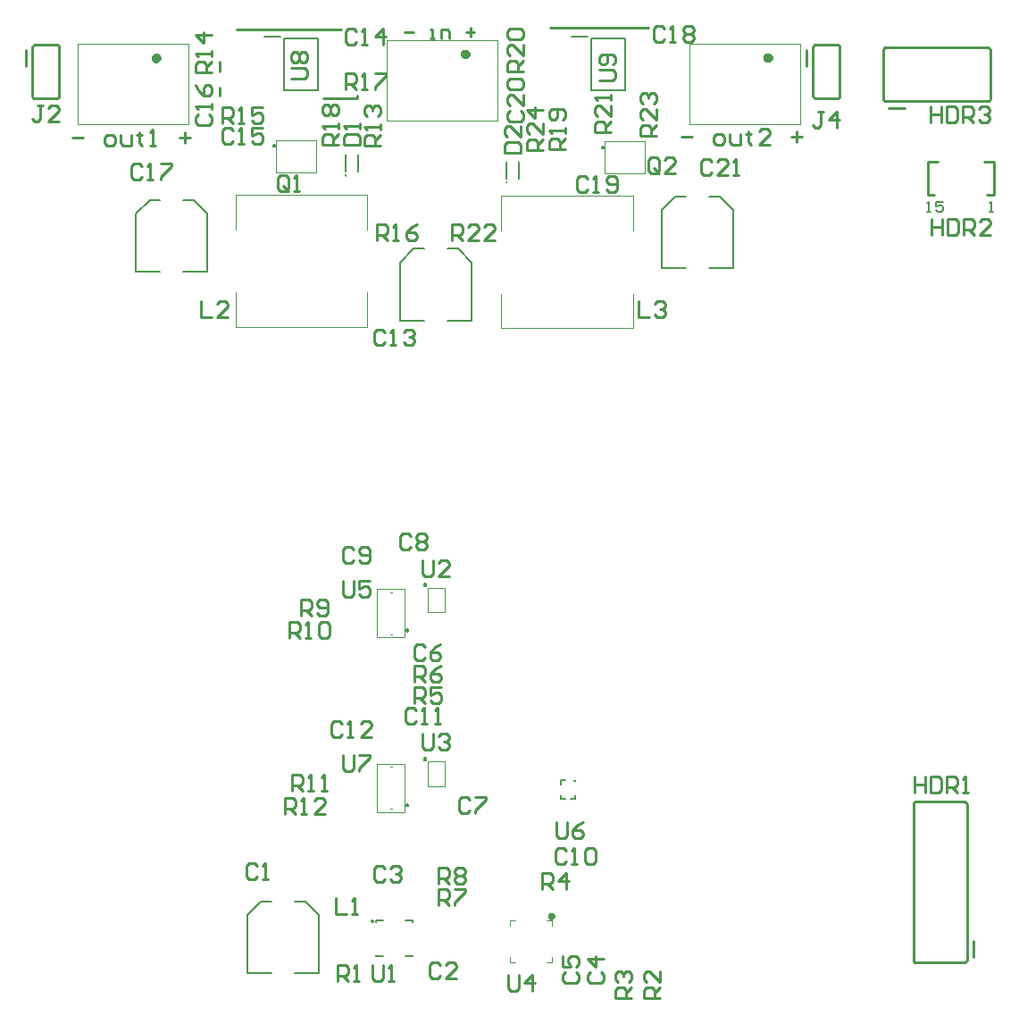
<source format=gbr>
%FSLAX23Y23*%
%MOIN*%
%SFA1B1*%

%IPPOS*%
%ADD55C,0.007870*%
%ADD56C,0.003940*%
%ADD57C,0.012800*%
%ADD58C,0.009840*%
%ADD59C,0.019680*%
%ADD60C,0.010000*%
%LNbase_pcb1_legend_top-1*%
%LPD*%
G54D55*
X1663Y1001D02*
D01*
X1664Y1001*
X1664Y1002*
X1664Y1002*
X1665Y1002*
X1665Y1002*
X1665Y1002*
X1665Y1002*
X1666Y1002*
X1666Y1002*
X1666Y1002*
X1666Y1003*
X1666Y1003*
X1667Y1003*
X1667Y1003*
X1667Y1003*
X1667Y1004*
X1667Y1004*
X1667Y1004*
X1667Y1004*
X1667Y1005*
X1667Y1005*
X1667Y1005*
Y1006*
X1667Y1006*
X1667Y1006*
X1667Y1006*
X1667Y1007*
X1667Y1007*
X1667Y1007*
X1667Y1007*
X1667Y1008*
X1667Y1008*
X1666Y1008*
X1666Y1008*
X1666Y1008*
X1666Y1009*
X1666Y1009*
X1665Y1009*
X1665Y1009*
X1665Y1009*
X1665Y1009*
X1664Y1009*
X1664Y1009*
X1664Y1009*
X1663Y1009*
D01*
X1663Y1009*
X1663Y1009*
X1663Y1009*
X1662Y1009*
X1662Y1009*
X1662Y1009*
X1662Y1009*
X1661Y1009*
X1661Y1009*
X1661Y1008*
X1661Y1008*
X1661Y1008*
X1660Y1008*
X1660Y1008*
X1660Y1007*
X1660Y1007*
X1660Y1007*
X1660Y1007*
X1660Y1006*
X1660Y1006*
X1660Y1006*
X1660Y1006*
Y1005*
X1660Y1005*
X1660Y1005*
X1660Y1004*
X1660Y1004*
X1660Y1004*
X1660Y1004*
X1660Y1003*
X1660Y1003*
X1660Y1003*
X1661Y1003*
X1661Y1003*
X1661Y1002*
X1661Y1002*
X1661Y1002*
X1662Y1002*
X1662Y1002*
X1662Y1002*
X1662Y1002*
X1663Y1002*
X1663Y1002*
X1663Y1001*
X1663Y1001*
Y1653D02*
D01*
X1664Y1653*
X1664Y1653*
X1664Y1653*
X1665Y1654*
X1665Y1654*
X1665Y1654*
X1665Y1654*
X1666Y1654*
X1666Y1654*
X1666Y1654*
X1666Y1654*
X1666Y1655*
X1667Y1655*
X1667Y1655*
X1667Y1655*
X1667Y1656*
X1667Y1656*
X1667Y1656*
X1667Y1656*
X1667Y1657*
X1667Y1657*
X1667Y1657*
Y1657*
X1667Y1658*
X1667Y1658*
X1667Y1658*
X1667Y1659*
X1667Y1659*
X1667Y1659*
X1667Y1659*
X1667Y1659*
X1667Y1660*
X1666Y1660*
X1666Y1660*
X1666Y1660*
X1666Y1660*
X1666Y1661*
X1665Y1661*
X1665Y1661*
X1665Y1661*
X1665Y1661*
X1664Y1661*
X1664Y1661*
X1664Y1661*
X1663*
D01*
X1663Y1661*
X1663Y1661*
X1663Y1661*
X1662Y1661*
X1662Y1661*
X1662Y1661*
X1662Y1661*
X1661Y1661*
X1661Y1660*
X1661Y1660*
X1661Y1660*
X1661Y1660*
X1660Y1660*
X1660Y1659*
X1660Y1659*
X1660Y1659*
X1660Y1659*
X1660Y1658*
X1660Y1658*
X1660Y1658*
X1660Y1658*
X1660Y1657*
Y1657*
X1660Y1657*
X1660Y1657*
X1660Y1656*
X1660Y1656*
X1660Y1656*
X1660Y1656*
X1660Y1655*
X1660Y1655*
X1660Y1655*
X1661Y1655*
X1661Y1654*
X1661Y1654*
X1661Y1654*
X1661Y1654*
X1662Y1654*
X1662Y1654*
X1662Y1654*
X1662Y1653*
X1663Y1653*
X1663Y1653*
X1663Y1653*
X1663Y1653*
X1730Y1181D02*
D01*
X1730Y1181*
X1729Y1181*
X1729Y1181*
X1729Y1180*
X1728Y1180*
X1728Y1180*
X1728Y1180*
X1728Y1180*
X1727Y1180*
X1727Y1180*
X1727Y1179*
X1727Y1179*
X1727Y1179*
X1727Y1179*
X1726Y1179*
X1726Y1178*
X1726Y1178*
X1726Y1178*
X1726Y1178*
X1726Y1177*
X1726Y1177*
X1726Y1177*
Y1177*
X1726Y1176*
X1726Y1176*
X1726Y1176*
X1726Y1175*
X1726Y1175*
X1726Y1175*
X1726Y1175*
X1727Y1174*
X1727Y1174*
X1727Y1174*
X1727Y1174*
X1727Y1174*
X1727Y1173*
X1728Y1173*
X1728Y1173*
X1728Y1173*
X1728Y1173*
X1729Y1173*
X1729Y1173*
X1729Y1173*
X1730Y1173*
X1730Y1173*
D01*
X1730Y1173*
X1730Y1173*
X1731Y1173*
X1731Y1173*
X1731Y1173*
X1731Y1173*
X1732Y1173*
X1732Y1173*
X1732Y1173*
X1732Y1174*
X1733Y1174*
X1733Y1174*
X1733Y1174*
X1733Y1174*
X1733Y1175*
X1733Y1175*
X1733Y1175*
X1734Y1175*
X1734Y1176*
X1734Y1176*
X1734Y1176*
X1734Y1177*
Y1177*
X1734Y1177*
X1734Y1177*
X1734Y1178*
X1734Y1178*
X1733Y1178*
X1733Y1178*
X1733Y1179*
X1733Y1179*
X1733Y1179*
X1733Y1179*
X1733Y1180*
X1732Y1180*
X1732Y1180*
X1732Y1180*
X1732Y1180*
X1731Y1180*
X1731Y1180*
X1731Y1180*
X1731Y1181*
X1730Y1181*
X1730Y1181*
X1730*
Y1830D02*
D01*
X1730Y1830*
X1729Y1830*
X1729Y1830*
X1729Y1830*
X1728Y1830*
X1728Y1830*
X1728Y1830*
X1728Y1830*
X1727Y1829*
X1727Y1829*
X1727Y1829*
X1727Y1829*
X1727Y1829*
X1727Y1828*
X1726Y1828*
X1726Y1828*
X1726Y1828*
X1726Y1827*
X1726Y1827*
X1726Y1827*
X1726Y1827*
X1726Y1826*
Y1826*
X1726Y1826*
X1726Y1826*
X1726Y1825*
X1726Y1825*
X1726Y1825*
X1726Y1825*
X1726Y1824*
X1727Y1824*
X1727Y1824*
X1727Y1824*
X1727Y1823*
X1727Y1823*
X1727Y1823*
X1728Y1823*
X1728Y1823*
X1728Y1823*
X1728Y1823*
X1729Y1822*
X1729Y1822*
X1729Y1822*
X1730Y1822*
X1730Y1822*
D01*
X1730Y1822*
X1730Y1822*
X1731Y1822*
X1731Y1822*
X1731Y1823*
X1731Y1823*
X1732Y1823*
X1732Y1823*
X1732Y1823*
X1732Y1823*
X1733Y1823*
X1733Y1824*
X1733Y1824*
X1733Y1824*
X1733Y1824*
X1733Y1825*
X1733Y1825*
X1734Y1825*
X1734Y1825*
X1734Y1826*
X1734Y1826*
X1734Y1826*
Y1826*
X1734Y1827*
X1734Y1827*
X1734Y1827*
X1734Y1827*
X1733Y1828*
X1733Y1828*
X1733Y1828*
X1733Y1828*
X1733Y1829*
X1733Y1829*
X1733Y1829*
X1732Y1829*
X1732Y1829*
X1732Y1830*
X1732Y1830*
X1731Y1830*
X1731Y1830*
X1731Y1830*
X1731Y1830*
X1730Y1830*
X1730Y1830*
X1730Y1830*
X2397Y3458D02*
D01*
X2397Y3458*
X2397Y3459*
X2397Y3459*
X2397Y3459*
X2397Y3460*
X2397Y3460*
X2397Y3460*
X2397Y3460*
X2397Y3460*
X2396Y3461*
X2396Y3461*
X2396Y3461*
X2396Y3461*
X2396Y3461*
X2395Y3462*
X2395Y3462*
X2395Y3462*
X2395Y3462*
X2394Y3462*
X2394Y3462*
X2394Y3462*
X2394Y3462*
X2393*
X2393Y3462*
X2393Y3462*
X2392Y3462*
X2392Y3462*
X2392Y3462*
X2392Y3462*
X2391Y3462*
X2391Y3461*
X2391Y3461*
X2391Y3461*
X2391Y3461*
X2390Y3461*
X2390Y3460*
X2390Y3460*
X2390Y3460*
X2390Y3460*
X2390Y3460*
X2390Y3459*
X2390Y3459*
X2390Y3459*
X2390Y3458*
X2390Y3458*
X2390Y3458*
X2390Y3458*
X2390Y3457*
X2390Y3457*
X2390Y3457*
X2390Y3457*
X2390Y3456*
X2390Y3456*
X2390Y3456*
X2390Y3456*
X2391Y3455*
X2391Y3455*
X2391Y3455*
X2391Y3455*
X2391Y3455*
X2392Y3455*
X2392Y3455*
X2392Y3454*
X2392Y3454*
X2393Y3454*
X2393Y3454*
X2393Y3454*
X2394*
X2394Y3454*
X2394Y3454*
X2394Y3454*
X2395Y3454*
X2395Y3455*
X2395Y3455*
X2395Y3455*
X2396Y3455*
X2396Y3455*
X2396Y3455*
X2396Y3455*
X2396Y3456*
X2397Y3456*
X2397Y3456*
X2397Y3456*
X2397Y3457*
X2397Y3457*
X2397Y3457*
X2397Y3457*
X2397Y3458*
X2397Y3458*
X2397Y3458*
X1171Y3465D02*
D01*
X1171Y3465*
X1171Y3465*
X1171Y3466*
X1171Y3466*
X1171Y3466*
X1170Y3466*
X1170Y3467*
X1170Y3467*
X1170Y3467*
X1170Y3467*
X1170Y3468*
X1169Y3468*
X1169Y3468*
X1169Y3468*
X1169Y3468*
X1169Y3468*
X1168Y3469*
X1168Y3469*
X1168Y3469*
X1168Y3469*
X1167Y3469*
X1167Y3469*
X1167*
X1166Y3469*
X1166Y3469*
X1166Y3469*
X1166Y3469*
X1165Y3469*
X1165Y3468*
X1165Y3468*
X1165Y3468*
X1164Y3468*
X1164Y3468*
X1164Y3468*
X1164Y3467*
X1164Y3467*
X1163Y3467*
X1163Y3467*
X1163Y3466*
X1163Y3466*
X1163Y3466*
X1163Y3466*
X1163Y3465*
X1163Y3465*
X1163Y3465*
X1163Y3465*
X1163Y3464*
X1163Y3464*
X1163Y3464*
X1163Y3464*
X1163Y3463*
X1163Y3463*
X1163Y3463*
X1164Y3463*
X1164Y3462*
X1164Y3462*
X1164Y3462*
X1164Y3462*
X1165Y3462*
X1165Y3461*
X1165Y3461*
X1165Y3461*
X1166Y3461*
X1166Y3461*
X1166Y3461*
X1166Y3461*
X1167Y3461*
X1167*
X1167Y3461*
X1168Y3461*
X1168Y3461*
X1168Y3461*
X1168Y3461*
X1169Y3461*
X1169Y3461*
X1169Y3462*
X1169Y3462*
X1169Y3462*
X1170Y3462*
X1170Y3462*
X1170Y3463*
X1170Y3463*
X1170Y3463*
X1170Y3463*
X1171Y3464*
X1171Y3464*
X1171Y3464*
X1171Y3464*
X1171Y3465*
X1171Y3465*
X2277Y3870D02*
X2337D01*
X2350Y3671D02*
Y3864D01*
Y3671D02*
X2476D01*
Y3864*
X2350D02*
X2476D01*
X1131Y3870D02*
X1191D01*
X1205Y3671D02*
Y3864D01*
Y3671D02*
X1331D01*
Y3864*
X1205D02*
X1331D01*
X2289Y1027D02*
Y1043D01*
X2273Y1027D02*
X2289D01*
X2237Y1027D02*
X2252D01*
X2237D02*
Y1043D01*
X2237Y1082D02*
Y1098D01*
X2252*
X1657Y440D02*
X1682D01*
X1548D02*
X1574D01*
X1657Y574D02*
X1682D01*
X1548D02*
X1574D01*
X1682Y440D02*
Y446D01*
Y568D02*
Y574D01*
X1548Y440D02*
Y446D01*
Y568D02*
Y574D01*
X2081Y3341D02*
Y3404D01*
X2033Y3341D02*
Y3404D01*
X1480Y3367D02*
Y3430D01*
X1433Y3367D02*
Y3430D01*
X2790Y3276D02*
X2829D01*
X2880Y3225*
X2613D02*
X2664Y3276D01*
X2703*
X2880Y3008D02*
Y3225D01*
X2790Y3008D02*
X2880D01*
X2613D02*
X2703D01*
X2613D02*
Y3225D01*
X828Y3263D02*
X867D01*
X918Y3212*
X651D02*
X702Y3263D01*
X741*
X918Y2996D02*
Y3212D01*
X828Y2996D02*
X918D01*
X651D02*
X741D01*
X651D02*
Y3212D01*
X1814Y3080D02*
X1854D01*
X1905Y3029*
X1637D02*
X1688Y3080D01*
X1728*
X1905Y2812D02*
Y3029D01*
X1814Y2812D02*
X1905D01*
X1637D02*
X1728D01*
X1637D02*
Y3029D01*
X1244Y645D02*
X1283D01*
X1334Y594*
X1066D02*
X1118Y645D01*
X1157*
X1334Y377D02*
Y594D01*
X1244Y377D02*
X1334D01*
X1066D02*
X1157D01*
X1066D02*
Y594D01*
X3836Y3217D02*
X3849D01*
X3843*
Y3256*
X3836Y3250*
X3604Y3217D02*
X3617D01*
X3610*
Y3256*
X3604Y3250*
X3663Y3256D02*
X3637D01*
Y3237*
X3650Y3243*
X3656*
X3663Y3237*
Y3224*
X3656Y3217*
X3643*
X3637Y3224*
G54D56*
X2289Y1096D02*
D01*
X2289Y1096*
X2289Y1096*
X2289Y1097*
X2289Y1097*
X2289Y1097*
X2289Y1097*
X2289Y1097*
X2289Y1097*
X2289Y1097*
X2289Y1097*
X2288Y1097*
X2288Y1098*
X2288Y1098*
X2288Y1098*
X2288Y1098*
X2288Y1098*
X2288Y1098*
X2288Y1098*
X2287Y1098*
X2287Y1098*
X2287Y1098*
X2287Y1098*
X2287*
X2287Y1098*
X2287Y1098*
X2287Y1098*
X2286Y1098*
X2286Y1098*
X2286Y1098*
X2286Y1098*
X2286Y1098*
X2286Y1098*
X2286Y1098*
X2286Y1097*
X2285Y1097*
X2285Y1097*
X2285Y1097*
X2285Y1097*
X2285Y1097*
X2285Y1097*
X2285Y1097*
X2285Y1097*
X2285Y1096*
X2285Y1096*
X2285Y1096*
X2285Y1096*
X2285Y1096*
X2285Y1096*
X2285Y1096*
X2285Y1095*
X2285Y1095*
X2285Y1095*
X2285Y1095*
X2285Y1095*
X2285Y1095*
X2286Y1095*
X2286Y1095*
X2286Y1095*
X2286Y1094*
X2286Y1094*
X2286Y1094*
X2286Y1094*
X2286Y1094*
X2287Y1094*
X2287Y1094*
X2287Y1094*
X2287Y1094*
X2287*
X2287Y1094*
X2287Y1094*
X2287Y1094*
X2288Y1094*
X2288Y1094*
X2288Y1094*
X2288Y1094*
X2288Y1094*
X2288Y1095*
X2288Y1095*
X2288Y1095*
X2289Y1095*
X2289Y1095*
X2289Y1095*
X2289Y1095*
X2289Y1095*
X2289Y1095*
X2289Y1096*
X2289Y1096*
X2289Y1096*
X2289Y1096*
X2289Y1096*
X2391Y3458D02*
D01*
X2391Y3458*
X2392Y3458*
X2392Y3458*
X2392Y3458*
X2392Y3457*
X2392Y3457*
X2392Y3457*
X2392Y3457*
X2392Y3457*
X2392Y3457*
X2392Y3457*
X2392Y3457*
X2392Y3457*
X2392Y3457*
X2392Y3456*
X2393Y3456*
X2393Y3456*
X2393Y3456*
X2393Y3456*
X2393Y3456*
X2393Y3456*
X2393Y3456*
X2394*
X2394Y3456*
X2394Y3456*
X2394Y3456*
X2394Y3456*
X2394Y3456*
X2394Y3456*
X2394Y3456*
X2395Y3457*
X2395Y3457*
X2395Y3457*
X2395Y3457*
X2395Y3457*
X2395Y3457*
X2395Y3457*
X2395Y3457*
X2395Y3457*
X2395Y3457*
X2395Y3458*
X2395Y3458*
X2395Y3458*
X2395Y3458*
X2395Y3458*
X1165Y3465D02*
D01*
X1165Y3465*
X1165Y3465*
X1165Y3464*
X1165Y3464*
X1165Y3464*
X1165Y3464*
X1165Y3464*
X1165Y3464*
X1165Y3464*
X1165Y3464*
X1165Y3464*
X1166Y3463*
X1166Y3463*
X1166Y3463*
X1166Y3463*
X1166Y3463*
X1166Y3463*
X1166Y3463*
X1166Y3463*
X1166Y3463*
X1167Y3463*
X1167Y3463*
X1167*
X1167Y3463*
X1167Y3463*
X1167Y3463*
X1167Y3463*
X1168Y3463*
X1168Y3463*
X1168Y3463*
X1168Y3463*
X1168Y3463*
X1168Y3463*
X1168Y3464*
X1168Y3464*
X1168Y3464*
X1168Y3464*
X1169Y3464*
X1169Y3464*
X1169Y3464*
X1169Y3464*
X1169Y3464*
X1169Y3465*
X1169Y3465*
X1169Y3465*
X2035Y3329D02*
D01*
X2035Y3329*
X2035Y3329*
X2035Y3330*
X2035Y3330*
X2035Y3330*
X2035Y3330*
X2035Y3330*
X2035Y3330*
X2035Y3330*
X2035Y3330*
X2035Y3331*
X2035Y3331*
X2035Y3331*
X2035Y3331*
X2034Y3331*
X2034Y3331*
X2034Y3331*
X2034Y3331*
X2034Y3331*
X2034Y3331*
X2034Y3331*
X2033Y3331*
X2033*
X2033Y3331*
X2033Y3331*
X2033Y3331*
X2033Y3331*
X2033Y3331*
X2033Y3331*
X2032Y3331*
X2032Y3331*
X2032Y3331*
X2032Y3331*
X2032Y3331*
X2032Y3330*
X2032Y3330*
X2032Y3330*
X2032Y3330*
X2032Y3330*
X2032Y3330*
X2032Y3330*
X2032Y3330*
X2031Y3329*
X2031Y3329*
X2031Y3329*
X2031Y3329*
X2031Y3329*
X2032Y3329*
X2032Y3329*
X2032Y3329*
X2032Y3328*
X2032Y3328*
X2032Y3328*
X2032Y3328*
X2032Y3328*
X2032Y3328*
X2032Y3328*
X2032Y3328*
X2032Y3328*
X2032Y3328*
X2033Y3327*
X2033Y3327*
X2033Y3327*
X2033Y3327*
X2033Y3327*
X2033Y3327*
X2033Y3327*
X2033*
X2034Y3327*
X2034Y3327*
X2034Y3327*
X2034Y3327*
X2034Y3327*
X2034Y3327*
X2034Y3328*
X2035Y3328*
X2035Y3328*
X2035Y3328*
X2035Y3328*
X2035Y3328*
X2035Y3328*
X2035Y3328*
X2035Y3328*
X2035Y3328*
X2035Y3329*
X2035Y3329*
X2035Y3329*
X2035Y3329*
X2035Y3329*
X2035Y3329*
X1435Y3355D02*
D01*
X1435Y3356*
X1435Y3356*
X1434Y3356*
X1434Y3356*
X1434Y3356*
X1434Y3356*
X1434Y3356*
X1434Y3357*
X1434Y3357*
X1434Y3357*
X1434Y3357*
X1434Y3357*
X1434Y3357*
X1434Y3357*
X1434Y3357*
X1433Y3357*
X1433Y3357*
X1433Y3357*
X1433Y3357*
X1433Y3357*
X1433Y3357*
X1433Y3357*
X1433*
X1432Y3357*
X1432Y3357*
X1432Y3357*
X1432Y3357*
X1432Y3357*
X1432Y3357*
X1432Y3357*
X1431Y3357*
X1431Y3357*
X1431Y3357*
X1431Y3357*
X1431Y3357*
X1431Y3357*
X1431Y3357*
X1431Y3356*
X1431Y3356*
X1431Y3356*
X1431Y3356*
X1431Y3356*
X1431Y3356*
X1431Y3356*
X1431Y3355*
X1431Y3355*
X1431Y3355*
X1431Y3355*
X1431Y3355*
X1431Y3355*
X1431Y3355*
X1431Y3355*
X1431Y3354*
X1431Y3354*
X1431Y3354*
X1431Y3354*
X1431Y3354*
X1431Y3354*
X1431Y3354*
X1432Y3354*
X1432Y3354*
X1432Y3354*
X1432Y3354*
X1432Y3354*
X1432Y3354*
X1432Y3354*
X1433Y3353*
X1433*
X1433Y3354*
X1433Y3354*
X1433Y3354*
X1433Y3354*
X1433Y3354*
X1433Y3354*
X1434Y3354*
X1434Y3354*
X1434Y3354*
X1434Y3354*
X1434Y3354*
X1434Y3354*
X1434Y3354*
X1434Y3354*
X1434Y3355*
X1434Y3355*
X1434Y3355*
X1434Y3355*
X1434Y3355*
X1435Y3355*
X1435Y3355*
X1435Y3355*
X1599Y990D02*
X1606D01*
X1599Y1147D02*
X1606D01*
X1551Y978D02*
Y1159D01*
X1654Y978D02*
Y1159D01*
X1551D02*
X1654D01*
X1551Y978D02*
X1654D01*
X1599Y1642D02*
X1606D01*
X1599Y1799D02*
X1606D01*
X1551Y1630D02*
Y1811D01*
X1654Y1630D02*
Y1811D01*
X1551D02*
X1654D01*
X1551Y1630D02*
X1654D01*
X2204Y417D02*
Y437D01*
X2185Y417D02*
X2204D01*
X2185Y574D02*
X2204D01*
Y555D02*
Y574D01*
X2047Y555D02*
Y574D01*
X2066*
X2047Y417D02*
X2066D01*
X2047D02*
Y437D01*
X1741Y1076D02*
Y1167D01*
X1802Y1076D02*
Y1167D01*
X1741D02*
X1802D01*
X1741Y1076D02*
X1802D01*
X1741Y1726D02*
Y1816D01*
X1802Y1726D02*
Y1816D01*
X1741D02*
X1802D01*
X1741Y1726D02*
X1802D01*
X2399Y3480D02*
X2549D01*
X2399Y3360D02*
X2549D01*
Y3480*
X2399Y3360D02*
Y3480D01*
X1173Y3486D02*
X1323D01*
X1173Y3366D02*
X1323D01*
Y3486*
X1173Y3366D02*
Y3486D01*
X2015Y3149D02*
Y3277D01*
X2507*
Y3149D02*
Y3277D01*
X2015Y2785D02*
Y2913D01*
Y2785D02*
X2507D01*
Y2913*
X1514Y2789D02*
Y2917D01*
X1022Y2789D02*
X1514D01*
X1022D02*
Y2917D01*
X1514Y3153D02*
Y3281D01*
X1022D02*
X1514D01*
X1022Y3153D02*
Y3281D01*
X2716Y3545D02*
X3130D01*
X2716D02*
Y3844D01*
X3130*
Y3545D02*
Y3844D01*
X433Y3544D02*
X846D01*
X433D02*
Y3844D01*
X846*
Y3544D02*
Y3844D01*
X1586Y3559D02*
X1999D01*
X1586D02*
Y3858D01*
X1999*
Y3559D02*
Y3858D01*
G54D57*
X2209Y589D02*
D01*
X2209Y589*
X2209Y590*
X2209Y590*
X2208Y591*
X2208Y591*
X2208Y592*
X2208Y592*
X2208Y592*
X2207Y593*
X2207Y593*
X2207Y593*
X2207Y594*
X2206Y594*
X2206Y594*
X2205Y595*
X2205Y595*
X2205Y595*
X2204Y595*
X2204Y595*
X2203Y595*
X2203Y595*
X2202Y595*
X2202*
X2202Y595*
X2201Y595*
X2201Y595*
X2200Y595*
X2200Y595*
X2199Y595*
X2199Y595*
X2199Y594*
X2198Y594*
X2198Y594*
X2198Y593*
X2197Y593*
X2197Y593*
X2197Y592*
X2197Y592*
X2196Y592*
X2196Y591*
X2196Y591*
X2196Y590*
X2196Y590*
X2196Y589*
X2196Y589*
X2196Y589*
X2196Y588*
X2196Y588*
X2196Y587*
X2196Y587*
X2196Y586*
X2197Y586*
X2197Y586*
X2197Y585*
X2197Y585*
X2198Y585*
X2198Y584*
X2198Y584*
X2199Y584*
X2199Y584*
X2199Y583*
X2200Y583*
X2200Y583*
X2201Y583*
X2201Y583*
X2202Y583*
X2202Y583*
X2202*
X2203Y583*
X2203Y583*
X2204Y583*
X2204Y583*
X2205Y583*
X2205Y583*
X2205Y584*
X2206Y584*
X2206Y584*
X2207Y584*
X2207Y585*
X2207Y585*
X2207Y585*
X2208Y586*
X2208Y586*
X2208Y586*
X2208Y587*
X2208Y587*
X2209Y588*
X2209Y588*
X2209Y589*
X2209Y589*
G54D58*
X1535Y574D02*
D01*
X1535Y574*
X1535Y574*
X1535Y574*
X1535Y575*
X1535Y575*
X1534Y575*
X1534Y575*
X1534Y575*
X1534Y575*
X1534Y575*
X1534Y575*
X1534Y575*
X1534Y576*
X1534Y576*
X1534Y576*
X1534Y576*
X1533Y576*
X1533Y576*
X1533Y576*
X1533Y576*
X1533Y576*
X1533Y576*
X1533*
X1532Y576*
X1532Y576*
X1532Y576*
X1532Y576*
X1532Y576*
X1532Y576*
X1532Y576*
X1532Y576*
X1531Y576*
X1531Y575*
X1531Y575*
X1531Y575*
X1531Y575*
X1531Y575*
X1531Y575*
X1531Y575*
X1531Y575*
X1531Y575*
X1531Y574*
X1531Y574*
X1531Y574*
X1531Y574*
X1531Y574*
X1531Y574*
X1531Y574*
X1531Y573*
X1531Y573*
X1531Y573*
X1531Y573*
X1531Y573*
X1531Y573*
X1531Y573*
X1531Y573*
X1531Y573*
X1531Y572*
X1532Y572*
X1532Y572*
X1532Y572*
X1532Y572*
X1532Y572*
X1532Y572*
X1532Y572*
X1532Y572*
X1533Y572*
X1533*
X1533Y572*
X1533Y572*
X1533Y572*
X1533Y572*
X1533Y572*
X1534Y572*
X1534Y572*
X1534Y572*
X1534Y572*
X1534Y573*
X1534Y573*
X1534Y573*
X1534Y573*
X1534Y573*
X1534Y573*
X1534Y573*
X1535Y573*
X1535Y573*
X1535Y574*
X1535Y574*
X1535Y574*
X1535Y574*
G54D59*
X3019Y3792D02*
D01*
X3019Y3792*
X3019Y3793*
X3019Y3793*
X3019Y3794*
X3019Y3794*
X3019Y3795*
X3018Y3795*
X3018Y3796*
X3018Y3796*
X3017Y3797*
X3017Y3797*
X3017Y3797*
X3016Y3798*
X3016Y3798*
X3015Y3798*
X3015Y3799*
X3014Y3799*
X3014Y3799*
X3013Y3799*
X3013Y3799*
X3012Y3799*
X3012Y3799*
X3011*
X3010Y3799*
X3010Y3799*
X3009Y3799*
X3009Y3799*
X3008Y3799*
X3008Y3799*
X3007Y3798*
X3007Y3798*
X3006Y3798*
X3006Y3797*
X3006Y3797*
X3005Y3797*
X3005Y3796*
X3005Y3796*
X3004Y3795*
X3004Y3795*
X3004Y3794*
X3004Y3794*
X3004Y3793*
X3004Y3793*
X3003Y3792*
X3003Y3792*
X3003Y3791*
X3004Y3790*
X3004Y3790*
X3004Y3789*
X3004Y3789*
X3004Y3788*
X3004Y3788*
X3005Y3787*
X3005Y3787*
X3005Y3786*
X3006Y3786*
X3006Y3786*
X3006Y3785*
X3007Y3785*
X3007Y3785*
X3008Y3784*
X3008Y3784*
X3009Y3784*
X3009Y3784*
X3010Y3784*
X3010Y3784*
X3011Y3784*
X3012*
X3012Y3784*
X3013Y3784*
X3013Y3784*
X3014Y3784*
X3014Y3784*
X3015Y3784*
X3015Y3785*
X3016Y3785*
X3016Y3785*
X3017Y3786*
X3017Y3786*
X3017Y3786*
X3018Y3787*
X3018Y3787*
X3018Y3788*
X3019Y3788*
X3019Y3789*
X3019Y3789*
X3019Y3790*
X3019Y3790*
X3019Y3791*
X3019Y3792*
X736Y3791D02*
D01*
X736Y3791*
X736Y3792*
X736Y3792*
X735Y3793*
X735Y3793*
X735Y3794*
X735Y3794*
X735Y3795*
X734Y3795*
X734Y3796*
X734Y3796*
X733Y3797*
X733Y3797*
X732Y3797*
X732Y3798*
X731Y3798*
X731Y3798*
X730Y3798*
X730Y3798*
X729Y3799*
X729Y3799*
X728Y3799*
X728*
X727Y3799*
X726Y3799*
X726Y3798*
X725Y3798*
X725Y3798*
X724Y3798*
X724Y3798*
X723Y3797*
X723Y3797*
X723Y3797*
X722Y3796*
X722Y3796*
X721Y3795*
X721Y3795*
X721Y3794*
X721Y3794*
X720Y3793*
X720Y3793*
X720Y3792*
X720Y3792*
X720Y3791*
X720Y3791*
X720Y3790*
X720Y3790*
X720Y3789*
X720Y3789*
X720Y3788*
X721Y3788*
X721Y3787*
X721Y3787*
X721Y3786*
X722Y3786*
X722Y3785*
X723Y3785*
X723Y3785*
X723Y3784*
X724Y3784*
X724Y3784*
X725Y3783*
X725Y3783*
X726Y3783*
X726Y3783*
X727Y3783*
X728Y3783*
X728*
X729Y3783*
X729Y3783*
X730Y3783*
X730Y3783*
X731Y3783*
X731Y3784*
X732Y3784*
X732Y3784*
X733Y3785*
X733Y3785*
X734Y3785*
X734Y3786*
X734Y3786*
X735Y3787*
X735Y3787*
X735Y3788*
X735Y3788*
X735Y3789*
X736Y3789*
X736Y3790*
X736Y3790*
X736Y3791*
X1889Y3805D02*
D01*
X1889Y3806*
X1889Y3806*
X1889Y3807*
X1889Y3807*
X1888Y3808*
X1888Y3808*
X1888Y3809*
X1888Y3809*
X1887Y3810*
X1887Y3810*
X1887Y3810*
X1886Y3811*
X1886Y3811*
X1885Y3811*
X1885Y3812*
X1884Y3812*
X1884Y3812*
X1883Y3812*
X1883Y3813*
X1882Y3813*
X1882Y3813*
X1881Y3813*
X1881*
X1880Y3813*
X1880Y3813*
X1879Y3813*
X1879Y3812*
X1878Y3812*
X1878Y3812*
X1877Y3812*
X1877Y3811*
X1876Y3811*
X1876Y3811*
X1875Y3810*
X1875Y3810*
X1875Y3810*
X1874Y3809*
X1874Y3809*
X1874Y3808*
X1874Y3808*
X1873Y3807*
X1873Y3807*
X1873Y3806*
X1873Y3806*
X1873Y3805*
X1873Y3804*
X1873Y3804*
X1873Y3803*
X1873Y3803*
X1874Y3802*
X1874Y3802*
X1874Y3801*
X1874Y3801*
X1875Y3800*
X1875Y3800*
X1875Y3800*
X1876Y3799*
X1876Y3799*
X1877Y3798*
X1877Y3798*
X1878Y3798*
X1878Y3798*
X1879Y3797*
X1879Y3797*
X1880Y3797*
X1880Y3797*
X1881Y3797*
X1881*
X1882Y3797*
X1882Y3797*
X1883Y3797*
X1883Y3797*
X1884Y3798*
X1884Y3798*
X1885Y3798*
X1885Y3798*
X1886Y3799*
X1886Y3799*
X1887Y3800*
X1887Y3800*
X1887Y3800*
X1888Y3801*
X1888Y3801*
X1888Y3802*
X1888Y3802*
X1889Y3803*
X1889Y3803*
X1889Y3804*
X1889Y3804*
X1889Y3805*
G54D60*
X3178Y3652D02*
D01*
X3178Y3651*
X3178Y3650*
X3178Y3649*
X3178Y3649*
X3178Y3648*
X3179Y3647*
X3179Y3647*
X3179Y3646*
X3180Y3646*
X3180Y3645*
X3181Y3645*
X3181Y3644*
X3182Y3644*
X3182Y3643*
X3183Y3643*
X3183Y3643*
X3184Y3642*
X3185Y3642*
X3185Y3642*
X3186Y3642*
X3187Y3642*
X3188Y3642*
X3188Y3642*
Y3842D02*
D01*
X3187Y3841*
X3186Y3841*
X3186Y3841*
X3185Y3841*
X3184Y3841*
X3184Y3841*
X3183Y3840*
X3183Y3840*
X3182Y3840*
X3181Y3839*
X3181Y3839*
X3180Y3838*
X3180Y3838*
X3180Y3837*
X3179Y3837*
X3179Y3836*
X3179Y3835*
X3178Y3835*
X3178Y3834*
X3178Y3833*
X3178Y3833*
X3178Y3832*
X3178Y3832*
X3268Y3642D02*
D01*
X3269Y3642*
X3269Y3642*
X3270Y3642*
X3271Y3642*
X3271Y3642*
X3272Y3642*
X3273Y3643*
X3273Y3643*
X3274Y3643*
X3274Y3644*
X3275Y3644*
X3275Y3645*
X3276Y3645*
X3276Y3646*
X3277Y3647*
X3277Y3647*
X3277Y3648*
X3277Y3648*
X3278Y3649*
X3278Y3650*
X3278Y3650*
X3278Y3651*
X3278Y3652*
Y3832D02*
D01*
X3278Y3832*
X3278Y3833*
X3278Y3834*
X3277Y3834*
X3277Y3835*
X3277Y3836*
X3277Y3836*
X3276Y3837*
X3276Y3837*
X3276Y3838*
X3275Y3838*
X3275Y3839*
X3274Y3839*
X3273Y3840*
X3273Y3840*
X3272Y3841*
X3272Y3841*
X3271Y3841*
X3270Y3841*
X3270Y3841*
X3269Y3841*
X3268Y3842*
X3268Y3842*
X264Y3651D02*
D01*
X264Y3650*
X265Y3649*
X265Y3649*
X265Y3648*
X265Y3647*
X265Y3647*
X266Y3646*
X266Y3645*
X266Y3645*
X267Y3644*
X267Y3644*
X268Y3643*
X268Y3643*
X269Y3642*
X269Y3642*
X270Y3642*
X271Y3641*
X271Y3641*
X272Y3641*
X273Y3641*
X273Y3641*
X274Y3641*
X274Y3641*
Y3841D02*
D01*
X274Y3841*
X273Y3841*
X272Y3841*
X272Y3840*
X271Y3840*
X270Y3840*
X270Y3840*
X269Y3839*
X269Y3839*
X268Y3838*
X268Y3838*
X267Y3837*
X267Y3837*
X266Y3836*
X266Y3836*
X265Y3835*
X265Y3834*
X265Y3834*
X265Y3833*
X265Y3832*
X265Y3832*
X264Y3831*
X264Y3831*
X354Y3641D02*
D01*
X355Y3641*
X356Y3641*
X357Y3641*
X357Y3641*
X358Y3641*
X359Y3642*
X359Y3642*
X360Y3642*
X360Y3643*
X361Y3643*
X361Y3644*
X362Y3644*
X362Y3645*
X363Y3645*
X363Y3646*
X363Y3646*
X364Y3647*
X364Y3648*
X364Y3648*
X364Y3649*
X364Y3650*
X364Y3650*
X364Y3651*
Y3831D02*
D01*
X364Y3831*
X364Y3832*
X364Y3833*
X364Y3834*
X364Y3834*
X364Y3835*
X363Y3835*
X363Y3836*
X363Y3837*
X362Y3837*
X362Y3838*
X361Y3838*
X361Y3839*
X360Y3839*
X359Y3839*
X359Y3840*
X358Y3840*
X358Y3840*
X357Y3840*
X356Y3841*
X356Y3841*
X355Y3841*
X354Y3841*
X3829Y3630D02*
D01*
X3830Y3630*
X3831Y3630*
X3831Y3630*
X3832Y3631*
X3833Y3631*
X3833Y3631*
X3834Y3631*
X3835Y3632*
X3835Y3632*
X3836Y3632*
X3836Y3633*
X3837Y3633*
X3837Y3634*
X3838Y3635*
X3838Y3635*
X3838Y3636*
X3838Y3636*
X3839Y3637*
X3839Y3638*
X3839Y3638*
X3839Y3639*
X3839Y3640*
X3839Y3640*
X3439D02*
D01*
X3439Y3639*
X3439Y3639*
X3439Y3638*
X3440Y3637*
X3440Y3637*
X3440Y3636*
X3440Y3635*
X3441Y3635*
X3441Y3634*
X3442Y3634*
X3442Y3633*
X3443Y3633*
X3443Y3632*
X3444Y3632*
X3444Y3631*
X3445Y3631*
X3445Y3631*
X3446Y3631*
X3447Y3630*
X3447Y3630*
X3448Y3630*
X3449Y3630*
X3449Y3630*
X3839Y3820D02*
D01*
X3839Y3821*
X3839Y3822*
X3839Y3822*
X3839Y3823*
X3839Y3824*
X3838Y3824*
X3838Y3825*
X3838Y3825*
X3837Y3826*
X3837Y3827*
X3836Y3827*
X3836Y3828*
X3835Y3828*
X3835Y3828*
X3834Y3829*
X3834Y3829*
X3833Y3829*
X3832Y3830*
X3832Y3830*
X3831Y3830*
X3830Y3830*
X3830Y3830*
X3829Y3830*
X3449D02*
D01*
X3449Y3830*
X3448Y3830*
X3447Y3830*
X3446Y3830*
X3446Y3830*
X3445Y3829*
X3445Y3829*
X3444Y3829*
X3443Y3828*
X3443Y3828*
X3442Y3827*
X3442Y3827*
X3441Y3826*
X3441Y3826*
X3441Y3825*
X3440Y3825*
X3440Y3824*
X3440Y3823*
X3440Y3823*
X3439Y3822*
X3439Y3821*
X3439Y3820*
X3439Y3820*
X3752Y1007D02*
D01*
X3752Y1008*
X3752Y1009*
X3752Y1009*
X3751Y1010*
X3751Y1011*
X3751Y1011*
X3751Y1012*
X3750Y1013*
X3750Y1013*
X3750Y1014*
X3749Y1014*
X3749Y1015*
X3748Y1015*
X3747Y1016*
X3747Y1016*
X3746Y1016*
X3746Y1016*
X3745Y1017*
X3744Y1017*
X3744Y1017*
X3743Y1017*
X3742Y1017*
X3742Y1017*
Y417D02*
D01*
X3743Y417*
X3743Y417*
X3744Y417*
X3745Y418*
X3745Y418*
X3746Y418*
X3747Y418*
X3747Y419*
X3748Y419*
X3748Y420*
X3749Y420*
X3749Y421*
X3750Y421*
X3750Y422*
X3751Y422*
X3751Y423*
X3751Y423*
X3751Y424*
X3752Y425*
X3752Y425*
X3752Y426*
X3752Y427*
X3752Y427*
X3562Y1017D02*
D01*
X3561Y1017*
X3560Y1017*
X3560Y1017*
X3559Y1017*
X3558Y1017*
X3558Y1016*
X3557Y1016*
X3557Y1016*
X3556Y1015*
X3555Y1015*
X3555Y1014*
X3554Y1014*
X3554Y1013*
X3554Y1013*
X3553Y1012*
X3553Y1012*
X3553Y1011*
X3552Y1010*
X3552Y1010*
X3552Y1009*
X3552Y1008*
X3552Y1008*
X3552Y1007*
Y427D02*
D01*
X3552Y427*
X3552Y426*
X3552Y425*
X3552Y424*
X3552Y424*
X3553Y423*
X3553Y423*
X3553Y422*
X3554Y421*
X3554Y421*
X3555Y420*
X3555Y420*
X3556Y419*
X3556Y419*
X3557Y419*
X3557Y418*
X3558Y418*
X3559Y418*
X3559Y418*
X3560Y417*
X3561Y417*
X3562Y417*
X3562Y417*
X3816Y3404D02*
X3852D01*
Y3282D02*
Y3404D01*
X3828Y3282D02*
X3852D01*
X3608Y3404D02*
X3643D01*
X3608Y3282D02*
Y3404D01*
Y3282D02*
X3631D01*
X3153Y3762D02*
Y3822D01*
X3178Y3652D02*
Y3832D01*
X3278Y3652D02*
Y3832D01*
X3188Y3842D02*
X3268D01*
X3188Y3642D02*
X3268D01*
X239Y3761D02*
Y3821D01*
X264Y3651D02*
Y3831D01*
X364Y3651D02*
Y3831D01*
X274Y3841D02*
X354D01*
X274Y3641D02*
X354D01*
X3459Y3605D02*
X3519D01*
X3449Y3630D02*
X3829D01*
X3449Y3830D02*
X3829D01*
X3439Y3640D02*
Y3820D01*
X3839Y3640D02*
Y3820D01*
X3777Y437D02*
Y497D01*
X3752Y427D02*
Y1007D01*
X3552Y427D02*
Y1007D01*
X3562Y417D02*
X3742D01*
X3562Y1017D02*
X3742D01*
X2197Y3906D02*
X2563Y3906D01*
X1476Y3641D02*
Y3651D01*
X1350Y3641D02*
X1476D01*
X964Y3651D02*
Y3681D01*
Y3742D02*
Y3777D01*
X1026Y3897D02*
X1417D01*
X1655Y3889D02*
X1687D01*
X1750Y3865D02*
X1765D01*
X1758*
Y3897*
X1750*
X1789Y3865D02*
Y3897D01*
X1813*
X1821Y3889*
Y3865*
X1884Y3889D02*
X1915D01*
X1899Y3905D02*
Y3873D01*
X413Y3494D02*
X453D01*
X543Y3464D02*
X563D01*
X573Y3474*
Y3494*
X563Y3504*
X543*
X533Y3494*
Y3474*
X543Y3464*
X593Y3504D02*
Y3474D01*
X603Y3464*
X633*
Y3504*
X663Y3514D02*
Y3504D01*
X653*
X673*
X663*
Y3474*
X673Y3464*
X703D02*
X723D01*
X713*
Y3524*
X703Y3514*
X813Y3494D02*
X853D01*
X833Y3514D02*
Y3474D01*
X2688Y3498D02*
X2728D01*
X2818Y3468D02*
X2838D01*
X2848Y3478*
Y3498*
X2838Y3508*
X2818*
X2808Y3498*
Y3478*
X2818Y3468*
X2868Y3508D02*
Y3478D01*
X2878Y3468*
X2908*
Y3508*
X2938Y3518D02*
Y3508D01*
X2928*
X2948*
X2938*
Y3478*
X2948Y3468*
X3018D02*
X2978D01*
X3018Y3508*
Y3518*
X3008Y3528*
X2988*
X2978Y3518*
X3098Y3498D02*
X3138D01*
X3118Y3518D02*
Y3478D01*
X2171Y3447D02*
X2111D01*
Y3477*
X2121Y3487*
X2141*
X2151Y3477*
Y3447*
Y3467D02*
X2171Y3487D01*
Y3547D02*
Y3507D01*
X2131Y3547*
X2121*
X2111Y3537*
Y3517*
X2121Y3507*
X2171Y3597D02*
X2111D01*
X2141Y3567*
Y3607*
X2593Y3502D02*
X2533D01*
Y3532*
X2543Y3542*
X2563*
X2573Y3532*
Y3502*
Y3522D02*
X2593Y3542D01*
Y3602D02*
Y3562D01*
X2553Y3602*
X2543*
X2533Y3592*
Y3572*
X2543Y3562*
Y3622D02*
X2533Y3632D01*
Y3652*
X2543Y3662*
X2553*
X2563Y3652*
Y3642*
Y3652*
X2573Y3662*
X2583*
X2593Y3652*
Y3632*
X2583Y3622*
X2425Y3515D02*
X2365D01*
Y3545*
X2375Y3555*
X2395*
X2405Y3545*
Y3515*
Y3535D02*
X2425Y3555D01*
Y3615D02*
Y3575D01*
X2385Y3615*
X2375*
X2365Y3605*
Y3585*
X2375Y3575*
X2425Y3635D02*
Y3655D01*
Y3645*
X2365*
X2375Y3635*
X2254Y3451D02*
X2194D01*
Y3481*
X2204Y3491*
X2224*
X2234Y3481*
Y3451*
Y3471D02*
X2254Y3491D01*
Y3511D02*
Y3531D01*
Y3521*
X2194*
X2204Y3511*
X2244Y3561D02*
X2254Y3571D01*
Y3591*
X2244Y3601*
X2204*
X2194Y3591*
Y3571*
X2204Y3561*
X2214*
X2224Y3571*
Y3601*
X1407Y3468D02*
X1347D01*
Y3498*
X1357Y3508*
X1377*
X1387Y3498*
Y3468*
Y3488D02*
X1407Y3508D01*
Y3528D02*
Y3548D01*
Y3538*
X1347*
X1357Y3528*
Y3578D02*
X1347Y3588D01*
Y3608*
X1357Y3618*
X1367*
X1377Y3608*
X1387Y3618*
X1397*
X1407Y3608*
Y3588*
X1397Y3578*
X1387*
X1377Y3588*
X1367Y3578*
X1357*
X1377Y3588D02*
Y3608D01*
X1432Y3676D02*
Y3736D01*
X1462*
X1472Y3726*
Y3706*
X1462Y3696*
X1432*
X1452D02*
X1472Y3676D01*
X1492D02*
X1512D01*
X1502*
Y3736*
X1492Y3726*
X1542Y3736D02*
X1582D01*
Y3726*
X1542Y3686*
Y3676*
X975Y3548D02*
Y3608D01*
X1004*
X1014Y3598*
Y3578*
X1004Y3568*
X975*
X994D02*
X1014Y3548D01*
X1034D02*
X1054D01*
X1044*
Y3608*
X1034Y3598*
X1124Y3608D02*
X1084D01*
Y3578*
X1104Y3588*
X1114*
X1124Y3578*
Y3558*
X1114Y3548*
X1094*
X1084Y3558*
X1563Y3466D02*
X1503D01*
Y3496*
X1513Y3506*
X1533*
X1543Y3496*
Y3466*
Y3486D02*
X1563Y3506D01*
Y3526D02*
Y3546D01*
Y3536*
X1503*
X1513Y3526*
Y3576D02*
X1503Y3586D01*
Y3606*
X1513Y3616*
X1523*
X1533Y3606*
Y3596*
Y3606*
X1543Y3616*
X1553*
X1563Y3606*
Y3586*
X1553Y3576*
X2380Y3707D02*
X2430D01*
X2440Y3717*
Y3737*
X2430Y3747*
X2380*
X2430Y3767D02*
X2440Y3776D01*
Y3796*
X2430Y3806*
X2390*
X2380Y3796*
Y3776*
X2390Y3767*
X2400*
X2410Y3776*
Y3806*
X1229Y3716D02*
X1279D01*
X1289Y3726*
Y3746*
X1279Y3756*
X1229*
X1239Y3776D02*
X1229Y3785D01*
Y3805*
X1239Y3815*
X1249*
X1259Y3805*
X1269Y3815*
X1279*
X1289Y3805*
Y3785*
X1279Y3776*
X1269*
X1259Y3785*
X1249Y3776*
X1239*
X1259Y3785D02*
Y3805D01*
X1422Y1191D02*
Y1141D01*
X1432Y1131*
X1452*
X1462Y1141*
Y1191*
X1482D02*
X1522D01*
Y1181*
X1482Y1141*
Y1131*
X2220Y940D02*
Y890D01*
X2230Y880*
X2250*
X2260Y890*
Y940*
X2320D02*
X2300Y930D01*
X2280Y910*
Y890*
X2290Y880*
X2310*
X2320Y890*
Y900*
X2310Y910*
X2280*
X1424Y1841D02*
Y1791D01*
X1434Y1781*
X1454*
X1464Y1791*
Y1841*
X1524D02*
X1484D01*
Y1811*
X1504Y1821*
X1514*
X1524Y1811*
Y1791*
X1514Y1781*
X1494*
X1484Y1791*
X2041Y373D02*
Y323D01*
X2051Y313*
X2071*
X2081Y323*
Y373*
X2131Y313D02*
Y373D01*
X2101Y343*
X2141*
X1721Y1270D02*
Y1220D01*
X1731Y1210*
X1751*
X1761Y1220*
Y1270*
X1781Y1260D02*
X1791Y1270D01*
X1811*
X1821Y1260*
Y1250*
X1811Y1240*
X1801*
X1811*
X1821Y1230*
Y1220*
X1811Y1210*
X1791*
X1781Y1220*
X1721Y1919D02*
Y1869D01*
X1731Y1859*
X1751*
X1761Y1869*
Y1919*
X1821Y1859D02*
X1781D01*
X1821Y1899*
Y1909*
X1811Y1919*
X1791*
X1781Y1909*
X1534Y407D02*
Y357D01*
X1544Y347*
X1564*
X1574Y357*
Y407*
X1594Y347D02*
X1614D01*
X1604*
Y407*
X1594Y397*
X1831Y3112D02*
Y3172D01*
X1861*
X1871Y3162*
Y3142*
X1861Y3132*
X1831*
X1851D02*
X1871Y3112D01*
X1931D02*
X1891D01*
X1931Y3152*
Y3162*
X1921Y3172*
X1901*
X1891Y3162*
X1991Y3112D02*
X1951D01*
X1991Y3152*
Y3162*
X1981Y3172*
X1961*
X1951Y3162*
X2096Y3743D02*
X2036D01*
Y3773*
X2046Y3783*
X2066*
X2076Y3773*
Y3743*
Y3763D02*
X2096Y3783D01*
Y3843D02*
Y3803D01*
X2056Y3843*
X2046*
X2036Y3833*
Y3813*
X2046Y3803*
Y3863D02*
X2036Y3873D01*
Y3893*
X2046Y3903*
X2086*
X2096Y3893*
Y3873*
X2086Y3863*
X2046*
X1551Y3112D02*
Y3172D01*
X1581*
X1591Y3162*
Y3142*
X1581Y3132*
X1551*
X1571D02*
X1591Y3112D01*
X1611D02*
X1631D01*
X1621*
Y3172*
X1611Y3162*
X1701Y3172D02*
X1681Y3162D01*
X1661Y3142*
Y3122*
X1671Y3112*
X1691*
X1701Y3122*
Y3132*
X1691Y3142*
X1661*
X935Y3739D02*
X875D01*
Y3769*
X885Y3779*
X905*
X915Y3769*
Y3739*
Y3759D02*
X935Y3779D01*
Y3799D02*
Y3819D01*
Y3809*
X875*
X885Y3799*
X935Y3879D02*
X875D01*
X905Y3849*
Y3889*
X1208Y971D02*
Y1031D01*
X1238*
X1248Y1021*
Y1001*
X1238Y991*
X1208*
X1228D02*
X1248Y971D01*
X1268D02*
X1288D01*
X1278*
Y1031*
X1268Y1021*
X1358Y971D02*
X1318D01*
X1358Y1011*
Y1021*
X1348Y1031*
X1328*
X1318Y1021*
X1234Y1059D02*
Y1119D01*
X1264*
X1274Y1109*
Y1089*
X1264Y1079*
X1234*
X1254D02*
X1274Y1059D01*
X1294D02*
X1314D01*
X1304*
Y1119*
X1294Y1109*
X1344Y1059D02*
X1364D01*
X1354*
Y1119*
X1344Y1109*
X1224Y1627D02*
Y1687D01*
X1254*
X1264Y1677*
Y1657*
X1254Y1647*
X1224*
X1244D02*
X1264Y1627D01*
X1284D02*
X1304D01*
X1294*
Y1687*
X1284Y1677*
X1334D02*
X1344Y1687D01*
X1364*
X1374Y1677*
Y1637*
X1364Y1627*
X1344*
X1334Y1637*
Y1677*
X1268Y1711D02*
Y1771D01*
X1298*
X1308Y1761*
Y1741*
X1298Y1731*
X1268*
X1288D02*
X1308Y1711D01*
X1328Y1721D02*
X1338Y1711D01*
X1358*
X1368Y1721*
Y1761*
X1358Y1771*
X1338*
X1328Y1761*
Y1751*
X1338Y1741*
X1368*
X1779Y710D02*
Y770D01*
X1809*
X1819Y760*
Y740*
X1809Y730*
X1779*
X1799D02*
X1819Y710D01*
X1839Y760D02*
X1849Y770D01*
X1869*
X1879Y760*
Y750*
X1869Y740*
X1879Y730*
Y720*
X1869Y710*
X1849*
X1839Y720*
Y730*
X1849Y740*
X1839Y750*
Y760*
X1849Y740D02*
X1869D01*
X1779Y631D02*
Y691D01*
X1809*
X1819Y681*
Y661*
X1809Y651*
X1779*
X1799D02*
X1819Y631D01*
X1839Y691D02*
X1879D01*
Y681*
X1839Y641*
Y631*
X1690Y1465D02*
Y1525D01*
X1720*
X1730Y1515*
Y1495*
X1720Y1485*
X1690*
X1710D02*
X1730Y1465D01*
X1790Y1525D02*
X1770Y1515D01*
X1750Y1495*
Y1475*
X1760Y1465*
X1780*
X1790Y1475*
Y1485*
X1780Y1495*
X1750*
X1690Y1385D02*
Y1445D01*
X1720*
X1730Y1435*
Y1415*
X1720Y1405*
X1690*
X1710D02*
X1730Y1385D01*
X1790Y1445D02*
X1750D01*
Y1415*
X1770Y1425*
X1780*
X1790Y1415*
Y1395*
X1780Y1385*
X1760*
X1750Y1395*
X2167Y693D02*
Y753D01*
X2197*
X2207Y743*
Y723*
X2197Y713*
X2167*
X2187D02*
X2207Y693D01*
X2257D02*
Y753D01*
X2227Y723*
X2267*
X2500Y284D02*
X2440D01*
Y314*
X2450Y324*
X2470*
X2480Y314*
Y284*
Y304D02*
X2500Y324D01*
X2450Y344D02*
X2440Y354D01*
Y374*
X2450Y384*
X2460*
X2470Y374*
Y364*
Y374*
X2480Y384*
X2490*
X2500Y374*
Y354*
X2490Y344*
X2608Y284D02*
X2548D01*
Y314*
X2558Y324*
X2578*
X2588Y314*
Y284*
Y304D02*
X2608Y324D01*
Y384D02*
Y344D01*
X2568Y384*
X2558*
X2548Y374*
Y354*
X2558Y344*
X1402Y347D02*
Y407D01*
X1432*
X1442Y397*
Y377*
X1432Y367*
X1402*
X1422D02*
X1442Y347D01*
X1462D02*
X1482D01*
X1472*
Y407*
X1462Y397*
X2603Y3373D02*
Y3413D01*
X2593Y3423*
X2573*
X2563Y3413*
Y3373*
X2573Y3363*
X2593*
X2583Y3383D02*
X2603Y3363D01*
X2593D02*
X2603Y3373D01*
X2663Y3363D02*
X2623D01*
X2663Y3403*
Y3413*
X2653Y3423*
X2633*
X2623Y3413*
X1220Y3306D02*
Y3346D01*
X1210Y3356*
X1190*
X1180Y3346*
Y3306*
X1190Y3296*
X1210*
X1200Y3316D02*
X1220Y3296D01*
X1210D02*
X1220Y3306D01*
X1240Y3296D02*
X1260D01*
X1250*
Y3356*
X1240Y3346*
X2528Y2884D02*
Y2824D01*
X2568*
X2588Y2874D02*
X2598Y2884D01*
X2618*
X2628Y2874*
Y2864*
X2618Y2854*
X2608*
X2618*
X2628Y2844*
Y2834*
X2618Y2824*
X2598*
X2588Y2834*
X894Y2884D02*
Y2824D01*
X934*
X994D02*
X954D01*
X994Y2864*
Y2874*
X984Y2884*
X964*
X954Y2874*
X1398Y657D02*
Y597D01*
X1438*
X1458D02*
X1478D01*
X1468*
Y657*
X1458Y647*
X3218Y3592D02*
X3198D01*
X3208*
Y3543*
X3198Y3533*
X3188*
X3178Y3543*
X3268Y3533D02*
Y3592D01*
X3238Y3562*
X3278*
X304Y3615D02*
X284D01*
X294*
Y3565*
X284Y3555*
X274*
X264Y3565*
X364Y3555D02*
X324D01*
X364Y3595*
Y3605*
X354Y3615*
X334*
X324Y3605*
X3618Y3612D02*
Y3552D01*
Y3582*
X3658*
Y3612*
Y3552*
X3678Y3612D02*
Y3552D01*
X3708*
X3718Y3562*
Y3602*
X3708Y3612*
X3678*
X3738Y3552D02*
Y3612D01*
X3768*
X3778Y3602*
Y3582*
X3768Y3572*
X3738*
X3758D02*
X3778Y3552D01*
X3798Y3602D02*
X3808Y3612D01*
X3828*
X3838Y3602*
Y3592*
X3828Y3582*
X3818*
X3828*
X3838Y3572*
Y3562*
X3828Y3552*
X3808*
X3798Y3562*
X3619Y3192D02*
Y3132D01*
Y3162*
X3659*
Y3192*
Y3132*
X3679Y3192D02*
Y3132D01*
X3709*
X3719Y3142*
Y3182*
X3709Y3192*
X3679*
X3739Y3132D02*
Y3192D01*
X3769*
X3779Y3182*
Y3162*
X3769Y3152*
X3739*
X3759D02*
X3779Y3132D01*
X3839D02*
X3799D01*
X3839Y3172*
Y3182*
X3829Y3192*
X3809*
X3799Y3182*
X3557Y1112D02*
Y1053D01*
Y1082*
X3596*
Y1112*
Y1053*
X3616Y1112D02*
Y1053D01*
X3646*
X3656Y1063*
Y1102*
X3646Y1112*
X3616*
X3676Y1053D02*
Y1112D01*
X3706*
X3716Y1102*
Y1082*
X3706Y1072*
X3676*
X3696D02*
X3716Y1053D01*
X3736D02*
X3756D01*
X3746*
Y1112*
X3736Y1102*
X2027Y3439D02*
X2087D01*
Y3469*
X2077Y3479*
X2037*
X2027Y3469*
Y3439*
X2087Y3539D02*
Y3499D01*
X2047Y3539*
X2037*
X2027Y3529*
Y3509*
X2037Y3499*
X1426Y3468D02*
X1486D01*
Y3498*
X1476Y3508*
X1436*
X1426Y3498*
Y3468*
X1486Y3528D02*
Y3548D01*
Y3538*
X1426*
X1436Y3528*
X2799Y3406D02*
X2789Y3416D01*
X2769*
X2759Y3406*
Y3366*
X2769Y3356*
X2789*
X2799Y3366*
X2859Y3356D02*
X2819D01*
X2859Y3396*
Y3406*
X2849Y3416*
X2829*
X2819Y3406*
X2879Y3356D02*
X2899D01*
X2889*
Y3416*
X2879Y3406*
X2046Y3596D02*
X2036Y3586D01*
Y3566*
X2046Y3556*
X2086*
X2096Y3566*
Y3586*
X2086Y3596*
X2096Y3655D02*
Y3616D01*
X2056Y3655*
X2046*
X2036Y3645*
Y3625*
X2046Y3616*
Y3675D02*
X2036Y3685D01*
Y3705*
X2046Y3715*
X2086*
X2096Y3705*
Y3685*
X2086Y3675*
X2046*
X2338Y3343D02*
X2328Y3353D01*
X2308*
X2298Y3343*
Y3303*
X2308Y3293*
X2328*
X2338Y3303*
X2358Y3293D02*
X2378D01*
X2368*
Y3353*
X2358Y3343*
X2408Y3303D02*
X2418Y3293D01*
X2438*
X2448Y3303*
Y3343*
X2438Y3353*
X2418*
X2408Y3343*
Y3333*
X2418Y3323*
X2448*
X2622Y3902D02*
X2612Y3912D01*
X2592*
X2582Y3902*
Y3862*
X2592Y3852*
X2612*
X2622Y3862*
X2642Y3852D02*
X2662D01*
X2652*
Y3912*
X2642Y3902*
X2692D02*
X2702Y3912D01*
X2722*
X2732Y3902*
Y3892*
X2722Y3882*
X2732Y3872*
Y3862*
X2722Y3852*
X2702*
X2692Y3862*
Y3872*
X2702Y3882*
X2692Y3892*
Y3902*
X2702Y3882D02*
X2722D01*
X673Y3389D02*
X663Y3399D01*
X643*
X633Y3389*
Y3349*
X643Y3339*
X663*
X673Y3349*
X693Y3339D02*
X713D01*
X703*
Y3399*
X693Y3389*
X743Y3399D02*
X783D01*
Y3389*
X743Y3349*
Y3339*
X885Y3581D02*
X875Y3571D01*
Y3551*
X885Y3541*
X925*
X935Y3551*
Y3571*
X925Y3581*
X935Y3601D02*
Y3621D01*
Y3611*
X875*
X885Y3601*
X875Y3691D02*
X885Y3671D01*
X905Y3651*
X925*
X935Y3661*
Y3681*
X925Y3691*
X915*
X905Y3681*
Y3651*
X1014Y3523D02*
X1004Y3533D01*
X985*
X975Y3523*
Y3483*
X985Y3473*
X1004*
X1014Y3483*
X1034Y3473D02*
X1054D01*
X1044*
Y3533*
X1034Y3523*
X1124Y3533D02*
X1084D01*
Y3503*
X1104Y3513*
X1114*
X1124Y3503*
Y3483*
X1114Y3473*
X1094*
X1084Y3483*
X1472Y3890D02*
X1462Y3900D01*
X1442*
X1432Y3890*
Y3850*
X1442Y3840*
X1462*
X1472Y3850*
X1492Y3840D02*
X1512D01*
X1502*
Y3900*
X1492Y3890*
X1572Y3840D02*
Y3900D01*
X1542Y3870*
X1582*
X1579Y2769D02*
X1569Y2779D01*
X1549*
X1539Y2769*
Y2730*
X1549Y2720*
X1569*
X1579Y2730*
X1599Y2720D02*
X1619D01*
X1609*
Y2779*
X1599Y2769*
X1649D02*
X1659Y2779D01*
X1679*
X1689Y2769*
Y2760*
X1679Y2750*
X1669*
X1679*
X1689Y2740*
Y2730*
X1679Y2720*
X1659*
X1649Y2730*
X1421Y1307D02*
X1411Y1317D01*
X1391*
X1381Y1307*
Y1267*
X1391Y1257*
X1411*
X1421Y1267*
X1441Y1257D02*
X1461D01*
X1451*
Y1317*
X1441Y1307*
X1531Y1257D02*
X1491D01*
X1531Y1297*
Y1307*
X1521Y1317*
X1501*
X1491Y1307*
X1696Y1358D02*
X1686Y1368D01*
X1666*
X1656Y1358*
Y1318*
X1666Y1308*
X1686*
X1696Y1318*
X1716Y1308D02*
X1736D01*
X1726*
Y1368*
X1716Y1358*
X1766Y1308D02*
X1786D01*
X1776*
Y1368*
X1766Y1358*
X2258Y835D02*
X2248Y845D01*
X2228*
X2218Y835*
Y795*
X2228Y785*
X2248*
X2258Y795*
X2278Y785D02*
X2298D01*
X2288*
Y845*
X2278Y835*
X2328D02*
X2338Y845D01*
X2358*
X2368Y835*
Y795*
X2358Y785*
X2338*
X2328Y795*
Y835*
X1464Y1959D02*
X1454Y1969D01*
X1434*
X1424Y1959*
Y1919*
X1434Y1909*
X1454*
X1464Y1919*
X1484D02*
X1494Y1909D01*
X1514*
X1524Y1919*
Y1959*
X1514Y1969*
X1494*
X1484Y1959*
Y1949*
X1494Y1939*
X1524*
X1677Y2008D02*
X1667Y2018D01*
X1647*
X1637Y2008*
Y1968*
X1647Y1958*
X1667*
X1677Y1968*
X1697Y2008D02*
X1707Y2018D01*
X1727*
X1737Y2008*
Y1998*
X1727Y1988*
X1737Y1978*
Y1968*
X1727Y1958*
X1707*
X1697Y1968*
Y1978*
X1707Y1988*
X1697Y1998*
Y2008*
X1707Y1988D02*
X1727D01*
X1897Y1025D02*
X1887Y1035D01*
X1867*
X1857Y1025*
Y985*
X1867Y975*
X1887*
X1897Y985*
X1917Y1035D02*
X1957D01*
Y1025*
X1917Y985*
Y975*
X1729Y1594D02*
X1719Y1604D01*
X1699*
X1689Y1594*
Y1554*
X1699Y1544*
X1719*
X1729Y1554*
X1788Y1604D02*
X1768Y1594D01*
X1749Y1574*
Y1554*
X1758Y1544*
X1778*
X1788Y1554*
Y1564*
X1778Y1574*
X1749*
X2253Y383D02*
X2243Y373D01*
Y353*
X2253Y343*
X2293*
X2303Y353*
Y373*
X2293Y383*
X2243Y443D02*
Y403D01*
X2273*
X2263Y423*
Y433*
X2273Y443*
X2293*
X2303Y433*
Y413*
X2293Y403*
X2347Y383D02*
X2337Y373D01*
Y353*
X2347Y343*
X2387*
X2397Y353*
Y373*
X2387Y383*
X2397Y433D02*
X2337D01*
X2367Y403*
Y443*
X1580Y767D02*
X1570Y777D01*
X1551*
X1541Y767*
Y728*
X1551Y718*
X1570*
X1580Y728*
X1600Y767D02*
X1610Y777D01*
X1630*
X1640Y767*
Y757*
X1630Y747*
X1620*
X1630*
X1640Y737*
Y728*
X1630Y718*
X1610*
X1600Y728*
X1786Y408D02*
X1776Y418D01*
X1756*
X1746Y408*
Y368*
X1756Y358*
X1776*
X1786Y368*
X1846Y358D02*
X1806D01*
X1846Y398*
Y408*
X1836Y418*
X1816*
X1806Y408*
X1102Y778D02*
X1092Y788D01*
X1072*
X1062Y778*
Y738*
X1072Y728*
X1092*
X1102Y738*
X1122Y728D02*
X1142D01*
X1132*
Y788*
X1122Y778*
M02*
</source>
